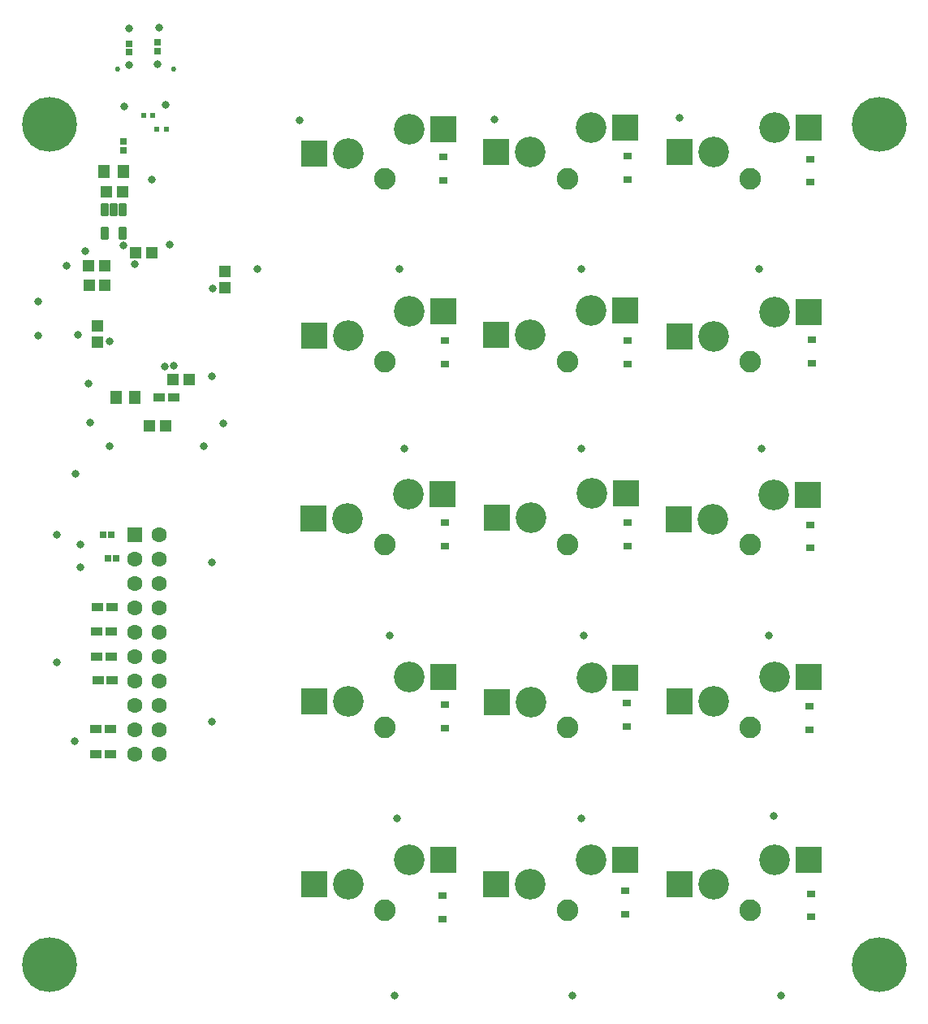
<source format=gbs>
G04*
G04 #@! TF.GenerationSoftware,Altium Limited,Altium Designer,25.8.1 (18)*
G04*
G04 Layer_Color=16711935*
%FSLAX25Y25*%
%MOIN*%
G70*
G04*
G04 #@! TF.SameCoordinates,A891C36D-B1B9-43EF-9B69-936A0A02D3E0*
G04*
G04*
G04 #@! TF.FilePolarity,Negative*
G04*
G01*
G75*
%ADD26R,0.04737X0.03753*%
%ADD28R,0.05131X0.04737*%
%ADD36C,0.06331*%
%ADD37C,0.02080*%
%ADD38C,0.22453*%
%ADD39R,0.06331X0.06331*%
%ADD40C,0.08851*%
%ADD41C,0.12611*%
%ADD42C,0.03162*%
%ADD43C,0.02375*%
%ADD64R,0.03162X0.02769*%
%ADD65R,0.04737X0.05131*%
%ADD66R,0.04737X0.05524*%
G04:AMPARAMS|DCode=67|XSize=34.38mil|YSize=54.06mil|CornerRadius=5.58mil|HoleSize=0mil|Usage=FLASHONLY|Rotation=0.000|XOffset=0mil|YOffset=0mil|HoleType=Round|Shape=RoundedRectangle|*
%AMROUNDEDRECTD67*
21,1,0.03438,0.04290,0,0,0.0*
21,1,0.02321,0.05406,0,0,0.0*
1,1,0.01116,0.01161,-0.02145*
1,1,0.01116,-0.01161,-0.02145*
1,1,0.01116,-0.01161,0.02145*
1,1,0.01116,0.01161,0.02145*
%
%ADD67ROUNDEDRECTD67*%
%ADD68R,0.04540X0.04855*%
%ADD69R,0.03005X0.03162*%
%ADD70R,0.02769X0.02769*%
%ADD71R,0.10839X0.10642*%
%ADD72R,0.03517X0.03005*%
D26*
X155315Y142126D02*
D03*
X154921Y112205D02*
D03*
Y101969D02*
D03*
X161417Y162205D02*
D03*
X155512D02*
D03*
X161614Y132283D02*
D03*
X155709D02*
D03*
X161221Y152362D02*
D03*
X155315D02*
D03*
X186695Y248393D02*
D03*
X180789D02*
D03*
X160827Y112205D02*
D03*
Y101969D02*
D03*
X161221Y142126D02*
D03*
D28*
X151915Y302322D02*
D03*
X159186Y332727D02*
D03*
X193342Y255537D02*
D03*
X177791Y307801D02*
D03*
X183500Y236609D02*
D03*
X176807D02*
D03*
X171098Y307801D02*
D03*
X186649Y255537D02*
D03*
X165879Y332727D02*
D03*
X158608Y302322D02*
D03*
D36*
X180866Y182126D02*
D03*
Y172126D02*
D03*
Y162126D02*
D03*
Y152126D02*
D03*
Y142126D02*
D03*
Y132126D02*
D03*
Y122126D02*
D03*
Y112126D02*
D03*
Y102126D02*
D03*
X170866Y122126D02*
D03*
Y172126D02*
D03*
Y162126D02*
D03*
Y152126D02*
D03*
Y182126D02*
D03*
Y132126D02*
D03*
Y102126D02*
D03*
Y112126D02*
D03*
Y142126D02*
D03*
X180866Y192126D02*
D03*
D37*
X186708Y383084D02*
D03*
X163953D02*
D03*
D38*
X135827Y360236D02*
D03*
X476378D02*
D03*
Y15748D02*
D03*
X135827D02*
D03*
D39*
X170866Y192126D02*
D03*
D40*
X273425Y338189D02*
D03*
X348425D02*
D03*
X423425D02*
D03*
X273425Y263189D02*
D03*
X348425D02*
D03*
X423425D02*
D03*
X273425Y188189D02*
D03*
X348425D02*
D03*
X423425D02*
D03*
X273425Y113189D02*
D03*
X348425D02*
D03*
X423425D02*
D03*
X273425Y38189D02*
D03*
X348425D02*
D03*
X423425D02*
D03*
D41*
X433563Y358937D02*
D03*
X408563Y348937D02*
D03*
X358563Y208937D02*
D03*
X333563Y198937D02*
D03*
X283563Y283543D02*
D03*
X258563Y273543D02*
D03*
X358378Y133480D02*
D03*
X333378Y123480D02*
D03*
X358169Y283937D02*
D03*
X333169Y273937D02*
D03*
X433661Y283425D02*
D03*
X408661Y273425D02*
D03*
X283661Y58740D02*
D03*
X258661Y48740D02*
D03*
X283465Y358425D02*
D03*
X258465Y348425D02*
D03*
X283169Y208543D02*
D03*
X258169Y198543D02*
D03*
X358268Y58543D02*
D03*
X333268Y48543D02*
D03*
X283563Y133740D02*
D03*
X258563Y123740D02*
D03*
X433563Y133543D02*
D03*
X408563Y123543D02*
D03*
X433071Y208425D02*
D03*
X408071Y198425D02*
D03*
X358169Y358937D02*
D03*
X333169Y348937D02*
D03*
X433563Y58740D02*
D03*
X408563Y48740D02*
D03*
D42*
X180252Y385163D02*
D03*
X185039Y311024D02*
D03*
X142913Y302362D02*
D03*
X202547Y256980D02*
D03*
X221260Y301181D02*
D03*
X168504Y399606D02*
D03*
X180709Y400000D02*
D03*
X147457Y274016D02*
D03*
X151969Y253937D02*
D03*
X160630Y228346D02*
D03*
X199213D02*
D03*
X202362Y180709D02*
D03*
X146063Y107480D02*
D03*
X202547Y115248D02*
D03*
X148425Y188189D02*
D03*
Y178740D02*
D03*
X146433Y217017D02*
D03*
X131102Y287795D02*
D03*
Y273622D02*
D03*
X138976Y192126D02*
D03*
Y139764D02*
D03*
X177890Y337821D02*
D03*
X207278Y237862D02*
D03*
X160567Y271285D02*
D03*
X183598Y368234D02*
D03*
X186748Y261246D02*
D03*
X152455Y237961D02*
D03*
X166374Y367840D02*
D03*
X202988Y292939D02*
D03*
X166076Y310778D02*
D03*
X171000Y302880D02*
D03*
X183204Y261147D02*
D03*
X168441Y384671D02*
D03*
X394685Y363189D02*
D03*
X433071Y76772D02*
D03*
X354331Y75787D02*
D03*
X278543D02*
D03*
X427165Y301181D02*
D03*
X354331D02*
D03*
X279528D02*
D03*
X436024Y2953D02*
D03*
X350394D02*
D03*
X277559D02*
D03*
X238597Y361896D02*
D03*
X428150Y227362D02*
D03*
X354331D02*
D03*
X281496D02*
D03*
X150578Y308470D02*
D03*
X318406Y362500D02*
D03*
X431102Y150591D02*
D03*
X355315D02*
D03*
X275590D02*
D03*
D43*
X183894Y358293D02*
D03*
X179956D02*
D03*
X174404Y363922D02*
D03*
X178340D02*
D03*
D64*
X180315Y390335D02*
D03*
Y393917D02*
D03*
X168504Y393524D02*
D03*
Y389941D02*
D03*
D65*
X207712Y300025D02*
D03*
X155449Y277781D02*
D03*
Y271088D02*
D03*
X207712Y293332D02*
D03*
D66*
X170973Y248425D02*
D03*
X158202Y340995D02*
D03*
X166076D02*
D03*
X163098Y248425D02*
D03*
D67*
X162238Y325424D02*
D03*
X158537Y315818D02*
D03*
Y325424D02*
D03*
X165938D02*
D03*
Y315818D02*
D03*
D68*
X152245Y294440D02*
D03*
X158450D02*
D03*
D69*
X159705Y182283D02*
D03*
X163130D02*
D03*
X157736Y192126D02*
D03*
X161161D02*
D03*
D70*
X166275Y349533D02*
D03*
Y353470D02*
D03*
D71*
X394587Y48740D02*
D03*
X394587Y348937D02*
D03*
X394094Y198425D02*
D03*
X394587Y123543D02*
D03*
X394685Y273425D02*
D03*
X244193Y198543D02*
D03*
X244685Y48740D02*
D03*
X244587Y273543D02*
D03*
X244587Y123740D02*
D03*
X244488Y348425D02*
D03*
X319291Y48543D02*
D03*
X319402Y123480D02*
D03*
X319193Y273937D02*
D03*
X319587Y198937D02*
D03*
X319193Y348937D02*
D03*
X447539Y358937D02*
D03*
X372539Y208937D02*
D03*
X297539Y283543D02*
D03*
X372354Y133480D02*
D03*
X372146Y283937D02*
D03*
X447638Y283425D02*
D03*
X297638Y58740D02*
D03*
X297441Y358425D02*
D03*
X297146Y208543D02*
D03*
X372244Y58543D02*
D03*
X297539Y133740D02*
D03*
X447539Y133543D02*
D03*
X447047Y208425D02*
D03*
X372146Y358937D02*
D03*
X447539Y58740D02*
D03*
D72*
X372835Y113504D02*
D03*
X298228Y112716D02*
D03*
X447835Y111929D02*
D03*
X448228Y336535D02*
D03*
X297441Y337323D02*
D03*
X373228Y337795D02*
D03*
X372146Y36437D02*
D03*
X448622Y35256D02*
D03*
X297244Y34468D02*
D03*
X298228Y261929D02*
D03*
X449016Y262323D02*
D03*
X373228Y261929D02*
D03*
X448228Y186535D02*
D03*
X298228Y187323D02*
D03*
X373228Y187323D02*
D03*
X298228Y196929D02*
D03*
X297441Y346929D02*
D03*
X447835Y121535D02*
D03*
X449016Y271929D02*
D03*
X448622Y44862D02*
D03*
X373228Y271535D02*
D03*
X297244Y44075D02*
D03*
X298228Y271535D02*
D03*
X373228Y347402D02*
D03*
X448228Y346142D02*
D03*
X372146Y46043D02*
D03*
X373228Y196929D02*
D03*
X448228Y196142D02*
D03*
X298228Y122323D02*
D03*
X372835Y123110D02*
D03*
M02*

</source>
